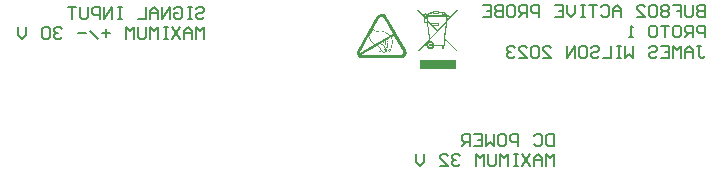
<source format=gbr>
%TF.GenerationSoftware,Altium Limited,Altium Designer,18.1.11 (251)*%
G04 Layer_Color=32896*
%FSLAX26Y26*%
%MOIN*%
%TF.FileFunction,Legend,Bot*%
%TF.Part,Single*%
G01*
G75*
%TA.AperFunction,NonConductor*%
%ADD48C,0.008000*%
G36*
X1996063Y719378D02*
X1959010Y680795D01*
X1957917Y670412D01*
X1955622Y645164D01*
X1953764Y627020D01*
X1993440Y586251D01*
X1990707Y583628D01*
X1953436Y621883D01*
X1951250Y598383D01*
X1950048D01*
Y589421D01*
X1941741D01*
Y598383D01*
X1916055D01*
X1915072Y596634D01*
X1913869Y594886D01*
X1912011Y592918D01*
X1909607Y591279D01*
X1906874Y590404D01*
X1904251Y590076D01*
X1901518Y590186D01*
X1899551Y590732D01*
X1897256Y591716D01*
X1895288Y592918D01*
X1893758Y594448D01*
X1892228Y596634D01*
X1891135Y599039D01*
X1890479Y601334D01*
X1890261Y603192D01*
X1890479Y605488D01*
X1890807Y607236D01*
X1891463Y608876D01*
X1892447Y610734D01*
X1893540Y612264D01*
X1895070Y613685D01*
X1896709Y614778D01*
X1898239Y615543D01*
X1898021Y617511D01*
X1865340Y583628D01*
X1862608Y586360D01*
X1897693Y622648D01*
X1894851Y654345D01*
X1892884Y677298D01*
X1882391D01*
Y692053D01*
X1885123D01*
X1858564Y719378D01*
X1861296Y722001D01*
X1886326Y696207D01*
Y698065D01*
X1885779Y698502D01*
X1885123Y698939D01*
X1884468Y699595D01*
X1883812Y700360D01*
X1883484Y701344D01*
X1883156Y702218D01*
X1883047Y703311D01*
X1883265Y704732D01*
X1883593Y705497D01*
X1884577Y707027D01*
X1885670Y708011D01*
X1887091Y708667D01*
X1888621Y708885D01*
X1890151Y708667D01*
X1891463Y708120D01*
X1892556Y707465D01*
X1893102Y706809D01*
X1894086Y707683D01*
X1895726Y708776D01*
X1897693Y709760D01*
X1900535Y710853D01*
X1903595Y711727D01*
X1906656Y712383D01*
X1909935Y712930D01*
X1912558Y713258D01*
Y716537D01*
X1933543D01*
Y713695D01*
X1935183D01*
X1937915Y713367D01*
X1940757Y713039D01*
X1943490Y712602D01*
Y714351D01*
X1952562D01*
Y710088D01*
X1953655Y709541D01*
X1955075Y708885D01*
X1956715Y707902D01*
X1958027Y707027D01*
X1959229Y705934D01*
X1960103Y705169D01*
X1960650Y704404D01*
X1961087Y703530D01*
X1960868Y702000D01*
X1966115D01*
Y695332D01*
X1960322D01*
X1959447Y686698D01*
X1993331Y722001D01*
X1996063Y719378D01*
D02*
G37*
G36*
X1743689Y707793D02*
X1745219Y707574D01*
X1746750Y707137D01*
X1747952Y706809D01*
X1749045Y706372D01*
X1749810Y705934D01*
X1750247Y705716D01*
X1750466Y705606D01*
X1751012Y705279D01*
X1751450Y705060D01*
X1751668Y704841D01*
X1752761Y703967D01*
X1753745Y703093D01*
X1754619Y702109D01*
X1755384Y701235D01*
X1755931Y700469D01*
X1756368Y699814D01*
X1756587Y699376D01*
X1756696Y699267D01*
X1822604Y585049D01*
X1822713D01*
X1822822Y584939D01*
Y584830D01*
Y584721D01*
X1823260Y583846D01*
X1823697Y583081D01*
X1823806Y582644D01*
X1823916Y582425D01*
X1824025Y582207D01*
X1824134Y581879D01*
X1824353Y581114D01*
X1824462Y580458D01*
X1824571Y580239D01*
Y580130D01*
X1824899Y577835D01*
X1824790Y575649D01*
X1824571Y573572D01*
X1824025Y571823D01*
X1823588Y570402D01*
X1823041Y569309D01*
X1822932Y568872D01*
X1822713Y568544D01*
X1822604Y568435D01*
Y568326D01*
Y568216D01*
X1822167Y567451D01*
X1821729Y566795D01*
X1821292Y566358D01*
X1821183Y566140D01*
X1820637Y565484D01*
X1820090Y564937D01*
X1819653Y564500D01*
X1819434Y564391D01*
X1818450Y563516D01*
X1817467Y562861D01*
X1815499Y561658D01*
X1813532Y560893D01*
X1811783Y560347D01*
X1810144Y560019D01*
X1808832Y559910D01*
X1808395Y559800D01*
X1675705D01*
X1674612Y559910D01*
X1673737Y560019D01*
X1673300Y560128D01*
X1673191D01*
X1672535Y560237D01*
X1671661Y560456D01*
X1671005Y560565D01*
X1670896Y560675D01*
X1670786D01*
X1668600Y561549D01*
X1666742Y562751D01*
X1665103Y563954D01*
X1663791Y565265D01*
X1662698Y566468D01*
X1662042Y567451D01*
X1661496Y568107D01*
X1661386Y568216D01*
Y568326D01*
X1661277D01*
X1660731Y569309D01*
X1660403Y570074D01*
X1660293Y570512D01*
X1660184Y570621D01*
X1659856Y571605D01*
X1659638Y572370D01*
X1659528Y572807D01*
Y573026D01*
X1659310Y574228D01*
X1659200Y575430D01*
Y577726D01*
X1659528Y579802D01*
X1659966Y581660D01*
X1660512Y583191D01*
X1660949Y584393D01*
X1661168Y584830D01*
X1661386Y585158D01*
X1661496Y585267D01*
Y585376D01*
X1727404Y699595D01*
X1727950Y700360D01*
X1728387Y701016D01*
X1728715Y701453D01*
X1728824Y701672D01*
X1729371Y702218D01*
X1729918Y702765D01*
X1730355Y703202D01*
X1730464Y703420D01*
X1730573D01*
X1732431Y704951D01*
X1734399Y706044D01*
X1736257Y706809D01*
X1738006Y707355D01*
X1739645Y707683D01*
X1740848Y707793D01*
X1741285Y707902D01*
X1741940D01*
X1743689Y707793D01*
D02*
G37*
G36*
X1988084Y553352D02*
Y552805D01*
Y552040D01*
Y551275D01*
Y550400D01*
Y549635D01*
Y549089D01*
Y548980D01*
Y548870D01*
Y545263D01*
Y543515D01*
Y541875D01*
Y540563D01*
Y539471D01*
Y539033D01*
Y538705D01*
Y538596D01*
Y538487D01*
Y536410D01*
Y534552D01*
Y532803D01*
Y531273D01*
Y529961D01*
Y529087D01*
Y528431D01*
Y528322D01*
Y528213D01*
Y526682D01*
Y525589D01*
Y524715D01*
Y524168D01*
Y523841D01*
Y523731D01*
Y523622D01*
X1868619D01*
Y523841D01*
Y524387D01*
Y525043D01*
Y525917D01*
Y526792D01*
Y527447D01*
Y527994D01*
Y528213D01*
Y531819D01*
Y533568D01*
Y535098D01*
Y536519D01*
Y537503D01*
Y537940D01*
Y538268D01*
Y538378D01*
Y538487D01*
Y540563D01*
Y542531D01*
Y544280D01*
Y545810D01*
Y547121D01*
Y548105D01*
Y548652D01*
Y548870D01*
Y549745D01*
Y550400D01*
Y551603D01*
Y552477D01*
Y553024D01*
Y553352D01*
Y553461D01*
Y553570D01*
X1988084D01*
Y553352D01*
D02*
G37*
%LPC*%
G36*
X1929609Y712820D02*
X1916274D01*
Y710634D01*
X1929609D01*
Y712820D01*
D02*
G37*
G36*
X1933543Y709760D02*
Y706809D01*
X1912558D01*
Y709323D01*
X1908186Y708667D01*
X1904251Y707683D01*
X1900972Y706809D01*
X1898349Y705606D01*
X1896272Y704404D01*
X1894742Y702983D01*
Y702000D01*
X1943490D01*
Y708448D01*
X1940539Y708995D01*
X1937260Y709432D01*
X1933543Y709760D01*
D02*
G37*
G36*
X1948845Y710634D02*
X1947315D01*
Y705606D01*
X1948736D01*
X1948845Y710634D01*
D02*
G37*
G36*
X1952562Y705716D02*
Y702000D01*
X1957043D01*
X1957152Y702655D01*
X1956059Y703748D01*
X1954638Y704732D01*
X1952562Y705716D01*
D02*
G37*
G36*
X1889168Y705060D02*
X1888840D01*
X1888184Y704951D01*
X1887747Y704732D01*
X1887310Y704514D01*
X1887091Y704186D01*
X1886872Y703530D01*
Y703311D01*
Y703202D01*
X1886982Y702546D01*
X1887200Y702109D01*
X1887528Y701781D01*
X1887856Y701562D01*
X1888512Y701344D01*
X1888840D01*
X1889495Y701453D01*
X1889933Y701672D01*
X1890261Y701890D01*
X1890479Y702327D01*
X1890698Y702874D01*
Y703093D01*
Y703202D01*
X1890589Y703858D01*
X1890370Y704295D01*
X1890151Y704623D01*
X1889714Y704841D01*
X1889168Y705060D01*
D02*
G37*
G36*
X1893540Y688337D02*
X1886216D01*
Y681123D01*
X1893540D01*
Y688337D01*
D02*
G37*
G36*
X1930155Y671833D02*
X1910481D01*
Y670630D01*
X1930155D01*
Y671833D01*
D02*
G37*
G36*
X1956496Y695332D02*
X1895288D01*
X1895616Y692053D01*
X1897256D01*
Y685058D01*
X1906437Y675658D01*
X1933981D01*
Y666914D01*
X1914962D01*
X1927641Y653798D01*
X1955294Y682544D01*
X1956496Y695332D01*
D02*
G37*
G36*
X1954748Y676423D02*
X1930264Y651066D01*
X1950376Y630408D01*
X1954748Y676423D01*
D02*
G37*
G36*
X1897256Y679593D02*
Y677298D01*
X1896819D01*
X1901191Y626364D01*
X1925018Y651066D01*
X1909607Y666914D01*
X1906437D01*
Y670084D01*
X1897256Y679593D01*
D02*
G37*
G36*
X1927641Y648333D02*
X1901628Y621336D01*
X1902065Y616636D01*
X1903814Y616746D01*
X1905781Y616636D01*
X1908186Y615981D01*
X1910481Y614778D01*
X1912230Y613576D01*
X1913869Y611936D01*
X1915290Y609860D01*
X1916493Y607236D01*
X1917039Y604285D01*
X1916930Y602318D01*
X1947752D01*
X1949938Y625380D01*
X1927641Y648333D01*
D02*
G37*
G36*
X1904360Y610078D02*
X1903705D01*
X1902502Y609969D01*
X1901518Y609750D01*
X1900644Y609423D01*
X1899879Y609095D01*
X1899223Y608548D01*
X1898786Y608002D01*
X1897912Y606799D01*
X1897474Y605488D01*
X1897256Y604504D01*
X1897147Y604067D01*
Y603739D01*
Y603520D01*
Y603411D01*
X1897256Y602209D01*
X1897474Y601225D01*
X1897802Y600351D01*
X1898130Y599586D01*
X1898677Y599039D01*
X1899223Y598492D01*
X1900426Y597727D01*
X1901628Y597181D01*
X1902721Y596962D01*
X1903049Y596853D01*
X1903705D01*
X1904907Y596962D01*
X1905890Y597181D01*
X1906765Y597509D01*
X1907530Y597837D01*
X1908186Y598383D01*
X1908732Y598930D01*
X1909497Y600132D01*
X1910044Y601334D01*
X1910263Y602427D01*
X1910372Y602755D01*
Y603083D01*
Y603302D01*
Y603411D01*
X1910263Y604613D01*
X1910044Y605597D01*
X1909716Y606471D01*
X1909279Y607236D01*
X1908842Y607892D01*
X1908295Y608439D01*
X1906984Y609204D01*
X1905781Y609750D01*
X1904688Y609969D01*
X1904360Y610078D01*
D02*
G37*
G36*
X1946332Y598492D02*
X1945457D01*
Y593137D01*
X1946332D01*
Y598492D01*
D02*
G37*
%LPD*%
G36*
X1905235Y607674D02*
X1906328Y607236D01*
X1907093Y606471D01*
X1907639Y605706D01*
X1907967Y604832D01*
X1908076Y604067D01*
X1908186Y603630D01*
Y603411D01*
X1907967Y601990D01*
X1907530Y600897D01*
X1906765Y600132D01*
X1905890Y599586D01*
X1905125Y599258D01*
X1904360Y599148D01*
X1903923Y599039D01*
X1903705D01*
X1902284Y599258D01*
X1901191Y599695D01*
X1900426Y600460D01*
X1899879Y601225D01*
X1899551Y601990D01*
X1899442Y602755D01*
X1899332Y603192D01*
Y603411D01*
X1899551Y604941D01*
X1899988Y606034D01*
X1900753Y606799D01*
X1901518Y607346D01*
X1902284Y607674D01*
X1903049Y607783D01*
X1903486Y607892D01*
X1903705D01*
X1905235Y607674D01*
D02*
G37*
%LPC*%
G36*
X1903814Y604067D02*
X1903705D01*
X1903267Y603957D01*
X1903158Y603739D01*
X1903049Y603520D01*
Y603411D01*
X1903158Y603083D01*
X1903377Y602865D01*
X1903595Y602755D01*
X1903705D01*
X1904032Y602865D01*
X1904251Y603083D01*
X1904360Y603302D01*
Y603411D01*
X1904251Y603848D01*
X1904032Y603957D01*
X1903814Y604067D01*
D02*
G37*
G36*
X1742378Y696753D02*
X1741940D01*
Y696644D01*
X1740629Y696535D01*
X1739536Y696316D01*
X1738443Y695879D01*
X1737569Y695442D01*
X1736803Y695004D01*
X1736257Y694567D01*
X1735929Y694349D01*
X1735820Y694239D01*
X1735273Y693693D01*
X1735055Y693474D01*
X1734945Y693365D01*
X1734617Y692928D01*
X1734399Y692490D01*
X1734180Y692272D01*
Y692163D01*
X1734071D01*
X1712648Y655001D01*
X1719971Y651940D01*
X1721174Y651503D01*
X1722266Y651175D01*
X1723360Y650957D01*
X1724343Y650847D01*
X1725218Y650738D01*
X1725983Y650629D01*
X1729043D01*
X1730245Y650738D01*
X1732103D01*
X1732869Y650847D01*
X1735055D01*
X1735710Y650957D01*
X1736148D01*
X1736585Y651066D01*
X1738989D01*
X1741066Y650957D01*
X1742924Y650738D01*
X1744564Y650410D01*
X1745875Y650191D01*
X1746859Y649864D01*
X1747515Y649754D01*
X1747624Y649645D01*
X1747733D01*
X1749482Y648989D01*
X1751231Y648115D01*
X1752980Y647131D01*
X1754619Y646147D01*
X1755931Y645273D01*
X1757024Y644508D01*
X1757461Y644289D01*
X1757789Y644071D01*
X1757898Y643852D01*
X1758008D01*
X1758335Y643633D01*
X1758773Y643415D01*
X1759756Y642759D01*
X1760303Y642431D01*
X1760631Y642212D01*
X1760959Y642103D01*
X1761068Y641994D01*
X1761833Y641447D01*
X1762161Y641338D01*
X1762270Y641229D01*
X1762926Y640901D01*
X1763035Y640792D01*
X1763145Y640682D01*
X1764675Y639699D01*
X1765768Y638933D01*
X1766205Y638606D01*
X1766533Y638387D01*
X1766642Y638168D01*
X1766752D01*
X1767517Y637513D01*
X1768172Y636966D01*
X1768719Y636529D01*
X1769047Y636092D01*
X1769593Y635545D01*
X1769812Y635327D01*
X1779540Y640901D01*
X1749919Y692053D01*
X1749045Y693256D01*
X1748280Y694239D01*
X1747515Y694895D01*
X1747406Y695004D01*
X1747296Y695114D01*
X1747187D01*
X1747078Y695223D01*
X1746859Y695332D01*
X1746750Y695442D01*
X1746640D01*
X1745766Y695879D01*
X1745001Y696207D01*
X1743471Y696644D01*
X1742815D01*
X1742378Y696753D01*
D02*
G37*
G36*
X1711446Y652815D02*
X1698876Y631064D01*
X1699423Y630627D01*
X1699969Y630189D01*
X1700407Y629752D01*
X1700516Y629643D01*
X1701609Y628441D01*
X1702483Y627238D01*
X1702811Y626692D01*
X1703139Y626364D01*
X1703248Y626036D01*
X1703358Y625927D01*
X1703686Y625271D01*
X1704013Y624506D01*
X1704560Y623085D01*
X1704888Y622429D01*
X1704997Y621883D01*
X1705216Y621555D01*
Y621446D01*
X1705653Y620352D01*
X1705981Y619478D01*
X1706309Y618713D01*
X1706637Y618167D01*
X1706855Y617729D01*
X1707074Y617401D01*
X1707183Y617292D01*
Y617183D01*
X1707620Y616636D01*
X1707948Y616199D01*
X1708276Y615871D01*
X1708385Y615762D01*
X1709041Y614997D01*
X1709478Y614450D01*
X1709806Y614122D01*
X1709916Y614013D01*
X1711009Y612920D01*
X1712102Y611936D01*
X1714069Y610297D01*
X1715927Y608985D01*
X1717457Y608111D01*
X1718660Y607346D01*
X1719643Y607018D01*
X1720190Y606799D01*
X1720408Y606690D01*
X1767735Y634015D01*
X1766861Y634889D01*
X1766096Y635654D01*
X1765549Y636092D01*
X1765331Y636201D01*
X1764019Y637185D01*
X1762926Y637950D01*
X1762489Y638278D01*
X1762161Y638496D01*
X1761942Y638715D01*
X1761833D01*
X1761287Y639043D01*
X1760849Y639261D01*
X1760194Y639589D01*
X1759975Y639808D01*
X1759866D01*
X1759101Y640354D01*
X1758335Y640682D01*
X1757789Y641120D01*
X1757352Y641338D01*
X1756805Y641775D01*
X1756587Y641885D01*
X1754619Y643306D01*
X1752761Y644399D01*
X1751122Y645382D01*
X1749701Y646147D01*
X1748608Y646694D01*
X1747733Y647022D01*
X1747187Y647240D01*
X1746968Y647350D01*
X1745329Y647787D01*
X1743580Y648115D01*
X1741940Y648333D01*
X1740301Y648443D01*
X1738880Y648552D01*
X1735164D01*
X1734617Y648443D01*
X1733524D01*
X1730901Y648224D01*
X1729590D01*
X1728497Y648115D01*
X1726201D01*
X1724780Y648224D01*
X1723469Y648443D01*
X1722266Y648661D01*
X1721283Y648989D01*
X1720408Y649317D01*
X1719643Y649536D01*
X1719206Y649645D01*
X1719097Y649754D01*
X1711446Y652815D01*
D02*
G37*
G36*
X1745329Y612702D02*
X1739427Y609313D01*
X1740848Y608330D01*
X1742159Y607236D01*
X1742706Y606799D01*
X1743143Y606471D01*
X1743471Y606253D01*
X1743580Y606144D01*
X1744017Y606909D01*
X1744454Y607674D01*
X1744782Y608330D01*
X1744892Y608439D01*
Y608548D01*
X1745001Y608876D01*
X1745110Y608985D01*
Y609095D01*
X1745329Y609750D01*
X1745438Y610406D01*
X1745547Y610843D01*
Y611062D01*
Y611499D01*
X1745438Y612046D01*
X1745329Y612483D01*
Y612702D01*
D02*
G37*
G36*
X1751777Y616418D02*
X1747515Y614013D01*
X1747843Y612811D01*
X1747952Y611827D01*
X1748061Y611171D01*
Y611062D01*
Y610953D01*
X1747952Y609860D01*
X1747733Y608876D01*
X1747515Y608330D01*
X1747406Y608220D01*
Y608111D01*
X1747296Y607783D01*
X1747187Y607674D01*
X1747078Y607564D01*
X1746750Y606799D01*
X1746422Y606253D01*
X1745875Y605269D01*
X1745547Y604832D01*
X1745438Y604613D01*
X1746968Y603192D01*
X1748280Y601990D01*
X1748826Y601444D01*
X1749154Y601006D01*
X1749373Y600788D01*
X1749482Y600678D01*
X1749810Y600351D01*
X1749919Y600241D01*
X1750138Y599913D01*
X1750247Y599804D01*
X1751012Y601116D01*
X1751559Y602099D01*
X1751887Y602755D01*
X1751996Y602865D01*
Y602974D01*
X1752215Y603520D01*
X1752324Y603848D01*
X1752433Y603957D01*
X1752543Y604395D01*
X1752652Y604613D01*
Y604832D01*
X1752870Y605925D01*
X1752980Y607018D01*
Y607564D01*
Y608002D01*
Y608220D01*
Y608330D01*
Y608548D01*
Y608985D01*
Y609532D01*
Y610297D01*
Y610953D01*
Y611609D01*
Y612046D01*
Y612155D01*
Y613139D01*
X1752870Y613904D01*
X1752761Y614341D01*
Y614560D01*
X1752433Y615325D01*
X1752105Y615871D01*
X1751887Y616308D01*
X1751777Y616418D01*
D02*
G37*
G36*
X1757570Y619697D02*
X1753854Y617620D01*
X1754401Y616855D01*
X1754838Y616090D01*
X1755056Y615434D01*
X1755166Y615325D01*
Y615215D01*
X1755384Y614232D01*
X1755494Y613248D01*
Y612811D01*
Y612483D01*
Y612264D01*
Y612155D01*
Y611390D01*
Y610843D01*
Y610406D01*
Y610188D01*
Y609423D01*
Y608876D01*
Y608439D01*
Y608220D01*
Y607236D01*
X1755384Y606471D01*
Y605816D01*
X1755275Y605269D01*
X1755166Y604832D01*
Y604504D01*
X1755056Y604395D01*
Y604285D01*
Y604176D01*
X1754838Y603520D01*
X1754729Y603192D01*
Y603083D01*
Y602974D01*
X1754510Y602646D01*
X1754291Y602209D01*
X1754182Y602099D01*
Y601990D01*
X1753417Y600351D01*
X1752652Y599039D01*
X1752324Y598492D01*
X1752105Y598055D01*
X1751996Y597837D01*
X1751887Y597727D01*
X1752870Y596088D01*
X1753636Y594667D01*
X1753964Y594120D01*
X1754073Y593683D01*
X1754291Y593465D01*
Y593355D01*
X1754729Y593683D01*
X1755166Y593902D01*
X1755494Y594120D01*
X1755712Y594230D01*
X1756477Y594667D01*
X1756915Y594995D01*
X1757133Y595213D01*
X1757243Y595323D01*
X1757461Y595541D01*
X1757680Y595760D01*
X1758008Y595869D01*
X1758117Y595979D01*
X1758445Y596197D01*
X1758663Y596307D01*
X1758773Y596416D01*
X1758554D01*
X1758773Y596525D01*
X1759101Y596634D01*
X1759319Y596853D01*
X1759428D01*
Y596962D01*
X1759538Y597072D01*
Y597181D01*
Y597399D01*
Y597618D01*
Y599258D01*
X1759428Y600788D01*
X1759319Y601334D01*
Y601771D01*
X1759210Y602099D01*
Y602209D01*
X1759101Y602865D01*
X1759210Y603630D01*
X1759538Y605378D01*
X1759756Y606253D01*
X1759975Y606909D01*
X1760084Y607346D01*
X1760194Y607564D01*
X1760631Y608876D01*
X1760849Y609860D01*
X1761068Y610734D01*
X1761177Y611390D01*
Y611936D01*
Y612264D01*
Y612374D01*
Y612483D01*
X1761068Y612920D01*
X1760849Y613357D01*
X1760412Y614341D01*
X1760084Y614778D01*
X1759866Y615106D01*
X1759756Y615325D01*
X1759647Y615434D01*
X1759101Y616418D01*
X1758554Y617183D01*
X1758226Y617948D01*
X1757898Y618604D01*
X1757789Y619041D01*
X1757680Y619369D01*
X1757570Y619587D01*
Y619697D01*
D02*
G37*
G36*
X1730683Y597946D02*
X1730573D01*
X1730245Y597837D01*
X1729808Y597509D01*
X1729371Y597072D01*
X1728824Y596634D01*
X1728387Y596197D01*
X1728059Y595760D01*
X1727841Y595432D01*
X1727732Y595323D01*
X1727622Y595213D01*
Y595104D01*
X1727513D01*
X1727404Y594995D01*
X1727076Y594558D01*
X1726966Y594120D01*
Y593793D01*
Y593683D01*
X1727076Y593137D01*
X1727185Y592481D01*
X1727294Y591825D01*
X1727404Y591716D01*
Y591607D01*
Y591497D01*
X1727513D01*
X1727732Y591279D01*
X1728059Y591169D01*
X1728934Y590951D01*
X1729699Y590841D01*
X1730027D01*
X1731666Y590951D01*
X1732431Y591060D01*
X1733087Y591169D01*
X1733634Y591279D01*
X1734071Y591388D01*
X1734290Y591497D01*
X1734399D01*
X1735055Y591716D01*
X1735601Y592044D01*
X1735929Y592153D01*
X1736038Y592262D01*
X1735929Y592372D01*
Y592481D01*
X1735820Y592809D01*
X1735710Y592918D01*
X1734836Y594339D01*
X1734071Y595323D01*
X1733415Y595979D01*
X1733306Y596197D01*
X1733197D01*
X1732431Y596744D01*
X1731557Y597290D01*
X1730901Y597727D01*
X1730683Y597946D01*
D02*
G37*
G36*
X1772326Y628331D02*
X1759866Y621118D01*
X1759975Y620462D01*
X1760084Y619806D01*
X1760740Y618385D01*
X1761068Y617729D01*
X1761287Y617292D01*
X1761505Y616964D01*
X1761614Y616855D01*
X1762161Y615981D01*
X1762707Y615215D01*
X1763035Y614560D01*
X1763254Y614013D01*
X1763473Y613576D01*
X1763582Y613248D01*
X1763691Y613029D01*
Y612920D01*
Y612155D01*
X1763582Y611171D01*
X1763145Y609095D01*
X1762926Y608220D01*
X1762707Y607455D01*
X1762598Y606909D01*
X1762489Y606690D01*
X1762161Y605597D01*
X1761833Y604723D01*
X1761724Y604067D01*
X1761614Y603520D01*
Y603192D01*
Y602974D01*
Y602755D01*
X1761942Y600788D01*
X1762052Y599913D01*
Y599148D01*
Y598492D01*
X1761942Y597946D01*
Y597618D01*
Y597509D01*
Y596962D01*
Y596853D01*
Y596744D01*
X1761833Y596307D01*
Y596197D01*
Y596088D01*
X1761614Y595432D01*
X1761505Y594995D01*
X1761396Y594886D01*
Y594776D01*
X1761287Y594230D01*
X1761177Y593902D01*
X1761068Y593355D01*
X1760959Y593137D01*
X1760631Y591934D01*
X1760303Y590951D01*
X1759866Y589202D01*
X1759538Y587781D01*
X1759319Y586688D01*
X1759210Y585923D01*
X1759101Y585376D01*
Y585158D01*
Y585049D01*
X1759210Y584284D01*
X1759538Y583518D01*
X1760194Y582425D01*
X1760522Y581988D01*
X1760849Y581660D01*
X1761068Y581442D01*
X1761177Y581332D01*
X1761287Y581223D01*
X1761505Y581114D01*
X1761614Y581005D01*
X1761724Y580895D01*
Y581223D01*
Y581551D01*
Y581879D01*
Y581988D01*
Y582535D01*
Y582972D01*
X1761833Y583191D01*
Y583300D01*
X1762161Y584065D01*
X1762489Y584830D01*
X1762817Y585376D01*
X1762926Y585486D01*
Y585595D01*
X1763145Y585814D01*
X1763363Y586142D01*
X1763473Y586360D01*
X1763582Y586470D01*
X1764347Y587562D01*
X1765112Y588328D01*
X1765986Y588983D01*
X1766752Y589311D01*
X1767407Y589530D01*
X1767954Y589749D01*
X1768938D01*
X1769375Y589639D01*
X1769703Y589530D01*
X1769812D01*
X1770031Y589421D01*
X1770140D01*
X1770468Y590295D01*
X1770796Y591169D01*
X1771124Y591825D01*
X1771233Y592044D01*
Y592153D01*
X1771998Y593793D01*
X1772435Y595104D01*
X1772654Y595651D01*
X1772763Y596088D01*
X1772872Y596307D01*
Y596416D01*
X1773091Y597181D01*
X1773310Y598055D01*
X1773638Y599804D01*
X1773747Y600569D01*
Y601225D01*
X1773856Y601662D01*
Y601771D01*
X1774075Y603192D01*
X1774184Y604504D01*
X1774403Y605597D01*
X1774512Y606471D01*
X1774621Y607127D01*
X1774730Y607564D01*
X1774840Y607892D01*
Y608002D01*
Y608220D01*
X1775058Y608876D01*
X1775277Y609641D01*
X1775386Y610297D01*
X1775496Y610406D01*
Y610515D01*
X1775933Y612264D01*
X1776261Y613685D01*
X1776479Y614888D01*
X1776589Y615871D01*
Y616527D01*
Y617073D01*
X1776479Y617292D01*
Y617401D01*
X1776261Y617948D01*
X1776042Y618604D01*
X1775496Y620025D01*
X1775168Y620680D01*
X1774949Y621227D01*
X1774840Y621664D01*
X1774730Y621773D01*
X1774075Y623194D01*
X1773528Y624506D01*
X1773091Y625599D01*
X1772763Y626583D01*
X1772544Y627348D01*
X1772435Y627894D01*
X1772326Y628222D01*
Y628331D01*
D02*
G37*
G36*
X1737131Y608002D02*
X1728059Y602755D01*
X1728497Y602318D01*
X1729043Y601881D01*
X1730355Y601006D01*
X1730901Y600569D01*
X1731338Y600351D01*
X1731666Y600132D01*
X1731776Y600023D01*
X1732541Y599476D01*
X1733197Y599039D01*
X1733634Y598711D01*
X1734071Y598492D01*
X1734508Y598165D01*
X1734617Y598055D01*
X1735929Y596744D01*
X1737022Y595432D01*
X1737350Y594886D01*
X1737678Y594448D01*
X1737787Y594120D01*
X1737896Y594011D01*
X1738334Y593028D01*
X1738661Y592372D01*
X1738880Y591934D01*
Y591825D01*
X1739099Y591169D01*
X1739208Y590841D01*
Y590732D01*
X1739973Y591060D01*
X1740520Y591169D01*
X1740957Y591279D01*
X1741066D01*
X1741613Y591388D01*
X1741940Y591497D01*
X1742159Y591607D01*
X1742268D01*
X1743799Y591716D01*
X1745329Y591607D01*
X1746094Y591497D01*
X1746531D01*
X1746968Y591388D01*
X1747078D01*
X1747515Y591279D01*
X1747843Y591169D01*
X1747952Y591060D01*
X1748498D01*
X1748717Y590951D01*
X1749045Y590841D01*
X1749154Y590732D01*
X1750466Y590186D01*
X1751559Y589639D01*
X1752215Y589093D01*
X1752324Y588983D01*
X1752433Y588874D01*
X1752652Y588546D01*
X1752870Y588109D01*
X1752980Y587781D01*
X1753089Y587672D01*
X1752980Y588655D01*
X1752870Y589749D01*
X1752215Y591716D01*
X1751340Y593574D01*
X1750357Y595323D01*
X1749373Y596853D01*
X1748498Y598055D01*
X1748171Y598492D01*
X1747843Y598820D01*
X1747733Y598930D01*
X1747624Y599039D01*
X1745766Y601006D01*
X1744892Y601881D01*
X1744017Y602537D01*
X1743361Y603192D01*
X1742815Y603630D01*
X1742378Y603957D01*
X1742268Y604067D01*
X1740192Y605706D01*
X1739317Y606362D01*
X1738552Y606909D01*
X1738006Y607346D01*
X1737569Y607783D01*
X1737241Y607892D01*
X1737131Y608002D01*
D02*
G37*
G36*
X1736913Y589858D02*
X1736366Y589639D01*
X1735820Y589421D01*
X1735382Y589311D01*
X1735164Y589202D01*
X1734836Y589093D01*
X1734399Y588983D01*
X1734071Y588874D01*
X1733962D01*
X1733634Y588328D01*
X1733415Y587781D01*
X1733197Y586907D01*
Y586142D01*
X1733306Y586032D01*
Y585923D01*
X1733415Y585704D01*
Y585486D01*
X1733524Y585376D01*
X1733743Y584939D01*
X1733852Y584721D01*
X1733962Y584611D01*
X1734617Y584174D01*
X1735382Y583956D01*
X1736148D01*
X1737241Y584065D01*
X1738115Y584502D01*
X1738661Y584830D01*
X1738880Y584939D01*
X1738006Y586470D01*
X1737459Y587672D01*
X1737350Y588218D01*
X1737241Y588546D01*
X1737131Y588765D01*
Y588874D01*
X1737022Y589311D01*
X1736913Y589639D01*
Y589749D01*
Y589858D01*
D02*
G37*
G36*
X1743361Y590514D02*
X1742596D01*
X1741831Y590295D01*
X1741175Y590186D01*
X1740192Y589858D01*
X1739645Y589530D01*
X1739427Y589421D01*
X1739536Y588874D01*
X1739864Y588218D01*
X1740629Y586797D01*
X1740957Y586251D01*
X1741285Y585704D01*
X1741503Y585376D01*
X1741613Y585267D01*
X1742268Y584393D01*
X1742924Y583628D01*
X1743471Y582972D01*
X1743908Y582535D01*
X1744236Y582207D01*
X1744454Y581988D01*
X1744673Y581770D01*
X1745438Y581332D01*
X1745875Y581005D01*
X1746094Y580895D01*
X1746203D01*
X1746750Y580677D01*
X1747187Y580567D01*
X1747624D01*
X1748498Y580458D01*
X1749701D01*
X1750575Y580677D01*
X1751012Y580895D01*
X1751340Y581114D01*
X1751450Y581223D01*
X1752215Y582207D01*
X1752652Y583300D01*
X1752761Y583737D01*
X1752870Y584174D01*
X1752980Y584393D01*
Y584502D01*
X1752870Y585049D01*
X1752761Y585376D01*
X1752652Y585595D01*
Y585704D01*
X1752433Y586360D01*
X1752105Y586907D01*
X1751996Y587344D01*
X1751777Y587562D01*
X1751668Y587890D01*
X1751559Y588000D01*
X1750685Y588655D01*
X1749810Y589202D01*
X1749154Y589530D01*
X1748936Y589639D01*
X1748498D01*
X1748171Y589749D01*
X1748061Y589858D01*
X1747733D01*
X1747515Y589967D01*
X1747406D01*
X1746531Y590186D01*
X1745438Y590295D01*
X1744564Y590404D01*
X1743799D01*
X1743361Y590514D01*
D02*
G37*
G36*
X1769047Y588546D02*
X1768500D01*
X1767626Y588437D01*
X1766861Y588109D01*
X1766205Y587672D01*
X1765659Y587235D01*
X1765221Y586797D01*
X1764784Y586360D01*
X1764675Y586032D01*
X1764566Y585923D01*
X1764347Y585486D01*
X1764238Y585267D01*
X1764019Y584939D01*
X1763910Y584830D01*
X1763473Y584174D01*
X1763254Y583628D01*
X1763035Y583191D01*
Y582972D01*
X1762926Y582753D01*
Y582425D01*
Y582097D01*
Y581988D01*
Y581332D01*
X1763035Y581114D01*
Y581005D01*
Y580677D01*
Y580458D01*
Y580349D01*
X1763254Y580239D01*
X1763582Y580130D01*
X1764128D01*
X1764675Y580239D01*
X1765221Y580458D01*
X1765986Y580895D01*
X1766533Y581442D01*
X1766752Y581551D01*
Y581660D01*
X1767189Y582316D01*
X1767735Y583191D01*
X1768172Y584065D01*
X1768610Y585158D01*
X1768938Y586032D01*
X1769265Y586797D01*
X1769375Y587344D01*
X1769484Y587562D01*
X1769703Y588328D01*
X1769593D01*
X1769484Y588437D01*
X1769047Y588546D01*
D02*
G37*
G36*
X1783147Y634562D02*
X1774621Y629643D01*
X1774840Y628550D01*
X1775168Y627457D01*
X1775496Y626255D01*
X1775933Y625162D01*
X1776261Y624178D01*
X1776589Y623413D01*
X1776807Y622976D01*
X1776917Y622757D01*
X1777354Y621664D01*
X1777791Y620790D01*
X1778119Y619915D01*
X1778337Y619260D01*
X1778556Y618713D01*
X1778665Y618385D01*
X1778775Y618167D01*
Y618057D01*
X1778993Y617073D01*
Y615762D01*
X1778884Y614450D01*
X1778665Y613139D01*
X1778337Y611827D01*
X1778119Y610843D01*
X1778009Y610406D01*
Y610078D01*
X1777900Y609969D01*
Y609860D01*
X1777572Y608876D01*
X1777463Y608220D01*
X1777354Y607783D01*
Y607674D01*
X1777244Y607455D01*
X1777026Y606690D01*
X1776917Y605706D01*
X1776589Y603739D01*
X1776479Y602865D01*
X1776370Y602099D01*
X1776261Y601662D01*
Y601444D01*
X1776042Y600023D01*
X1775823Y598711D01*
X1775714Y597727D01*
X1775496Y596962D01*
X1775386Y596416D01*
X1775277Y595979D01*
X1775168Y595760D01*
Y595651D01*
X1774949Y595104D01*
X1774730Y594339D01*
X1774184Y592918D01*
X1773965Y592262D01*
X1773747Y591716D01*
X1773528Y591388D01*
Y591279D01*
X1773091Y590186D01*
X1772763Y589421D01*
X1772544Y588765D01*
X1772326Y588328D01*
X1772217Y588109D01*
X1772107Y587890D01*
Y587781D01*
X1771998Y587672D01*
X1771889Y587344D01*
X1771779Y586907D01*
Y586797D01*
X1771124Y585049D01*
X1770577Y583737D01*
X1770031Y582535D01*
X1769593Y581660D01*
X1769156Y580895D01*
X1768828Y580458D01*
X1768719Y580239D01*
X1768610Y580130D01*
X1767954Y579365D01*
X1767189Y578818D01*
X1766533Y578381D01*
X1765768Y578163D01*
X1765221Y577944D01*
X1764784Y577835D01*
X1764456Y577726D01*
X1763473D01*
X1762598Y577944D01*
X1762052Y578053D01*
X1761942Y578163D01*
X1761833D01*
X1761068Y578491D01*
X1760412Y578928D01*
X1759866Y579365D01*
X1759647Y579474D01*
X1758773Y580349D01*
X1758008Y581223D01*
X1757461Y582207D01*
X1757133Y583081D01*
X1756915Y583737D01*
X1756805Y584393D01*
X1756696Y584830D01*
Y584939D01*
Y585814D01*
X1756915Y587016D01*
X1757243Y588328D01*
X1757570Y589749D01*
X1757898Y590951D01*
X1758117Y592044D01*
X1758226Y592481D01*
X1758335Y592809D01*
X1758445Y592918D01*
Y593028D01*
X1758008Y592809D01*
X1757461Y592481D01*
X1757024Y592262D01*
X1756915Y592153D01*
X1756368Y591825D01*
X1755931Y591497D01*
X1755603Y591279D01*
X1755384Y591060D01*
X1755166Y590951D01*
Y590841D01*
X1755494Y589530D01*
X1755603Y588437D01*
Y588000D01*
Y587672D01*
Y587453D01*
Y587344D01*
Y587016D01*
Y586907D01*
Y586797D01*
Y586688D01*
X1755494Y584939D01*
X1755166Y583518D01*
X1754838Y582207D01*
X1754291Y581223D01*
X1753854Y580458D01*
X1753526Y579912D01*
X1753198Y579584D01*
X1753089Y579474D01*
X1752105Y578818D01*
X1751122Y578381D01*
X1750685Y578272D01*
X1750357Y578163D01*
X1750138Y578053D01*
X1747406D01*
X1746531Y578272D01*
X1745766Y578491D01*
X1745329Y578600D01*
X1745110Y578709D01*
X1744345Y579146D01*
X1743689Y579474D01*
X1743361Y579802D01*
X1743252Y579912D01*
X1742159Y580895D01*
X1741285Y581879D01*
X1740848Y582316D01*
X1740520Y582644D01*
X1740410Y582863D01*
X1740301Y582972D01*
X1739645Y582535D01*
X1738989Y582097D01*
X1737678Y581660D01*
X1737131Y581551D01*
X1736694Y581442D01*
X1735382D01*
X1734617Y581551D01*
X1733852Y581879D01*
X1733306Y582097D01*
X1732869Y582425D01*
X1732541Y582753D01*
X1732322Y582863D01*
X1732213Y582972D01*
Y582863D01*
X1732103Y582972D01*
X1731994Y583191D01*
X1731885Y583300D01*
X1731666Y583628D01*
X1731448Y583956D01*
X1731229Y584174D01*
Y584284D01*
X1731120Y584830D01*
X1731011Y585158D01*
X1730901Y585267D01*
Y585376D01*
X1730792Y586470D01*
Y587453D01*
X1730901Y587890D01*
Y588109D01*
X1731011Y588328D01*
Y588437D01*
X1729918D01*
X1728824Y588546D01*
X1727841Y588655D01*
X1727185Y588874D01*
X1726529Y589202D01*
X1726092Y589530D01*
X1725764Y589749D01*
X1725545Y589858D01*
Y589967D01*
X1725327Y590295D01*
X1725218Y590514D01*
X1725108Y590732D01*
X1724780Y591825D01*
X1724562Y592809D01*
X1724453Y593355D01*
Y593574D01*
X1724671Y594776D01*
X1724999Y595760D01*
X1725327Y596416D01*
X1725545Y596525D01*
Y596634D01*
X1725655Y596853D01*
X1725764Y596962D01*
X1726857Y598055D01*
X1727732Y598820D01*
X1728169Y599258D01*
X1728387Y599367D01*
X1727404Y600132D01*
X1726639Y600788D01*
X1726092Y601225D01*
X1725873Y601444D01*
X1674175Y571495D01*
X1674940Y570949D01*
X1675705Y570621D01*
X1676361Y570402D01*
X1676470Y570293D01*
X1676798D01*
X1677235Y570184D01*
X1677672Y570074D01*
X1677781Y569965D01*
X1679202D01*
Y569856D01*
X1804569D01*
X1805881Y569965D01*
X1807083Y570184D01*
X1808176Y570621D01*
X1809160Y571058D01*
X1809925Y571495D01*
X1810472Y571933D01*
X1810800Y572151D01*
X1810909Y572260D01*
X1811346Y572698D01*
X1811565Y573026D01*
X1811783Y573135D01*
Y573244D01*
X1812111Y573681D01*
X1812330Y574009D01*
X1812548Y574337D01*
Y574447D01*
X1812658D01*
X1813204Y575539D01*
X1813532Y576633D01*
X1813641Y577726D01*
X1813751Y578709D01*
Y579584D01*
Y580239D01*
X1813641Y580677D01*
Y580786D01*
X1813532Y581332D01*
X1813423Y581770D01*
X1813313Y581988D01*
Y582097D01*
X1813204Y582425D01*
X1812986Y582863D01*
X1812876Y583191D01*
X1812767Y583300D01*
X1812658Y583409D01*
Y583518D01*
X1783147Y634562D01*
D02*
G37*
G36*
X1697674Y628987D02*
X1697565D01*
X1671442Y583737D01*
Y583628D01*
X1670786Y582316D01*
X1670458Y581114D01*
X1670240Y580567D01*
Y580130D01*
X1670130Y579912D01*
Y579802D01*
X1670240D01*
X1670130Y579256D01*
Y579146D01*
Y579037D01*
Y578381D01*
Y577944D01*
X1670240Y577726D01*
Y577616D01*
X1717676Y605160D01*
X1716036Y606034D01*
X1714397Y607127D01*
X1712867Y608330D01*
X1711336Y609423D01*
X1710134Y610515D01*
X1709150Y611390D01*
X1708495Y612046D01*
X1708385Y612155D01*
X1708276Y612264D01*
X1707620Y612920D01*
X1707074Y613467D01*
X1706637Y613904D01*
X1706418Y614122D01*
X1705981Y614669D01*
X1705653Y615325D01*
X1705325Y615762D01*
X1705216Y615871D01*
X1704778Y616527D01*
X1704451Y617292D01*
X1703686Y618822D01*
X1703467Y619478D01*
X1703248Y620025D01*
X1703030Y620462D01*
Y620571D01*
X1702592Y621555D01*
X1702265Y622429D01*
X1701937Y623194D01*
X1701609Y623741D01*
X1701390Y624178D01*
X1701281Y624506D01*
X1701172Y624725D01*
X1700734Y625490D01*
X1700188Y626145D01*
X1699423Y627129D01*
X1698986Y627676D01*
X1698767Y627894D01*
X1698002Y628659D01*
X1697783Y628878D01*
X1697674Y628987D01*
D02*
G37*
%LPD*%
D48*
X1123807Y722680D02*
X1130471Y729345D01*
X1143800D01*
X1150465Y722680D01*
Y716016D01*
X1143800Y709351D01*
X1130471D01*
X1123807Y702687D01*
Y696022D01*
X1130471Y689358D01*
X1143800D01*
X1150465Y696022D01*
X1110477Y729345D02*
X1097149D01*
X1103813D01*
Y689358D01*
X1110477D01*
X1097149D01*
X1050497Y722680D02*
X1057161Y729345D01*
X1070490D01*
X1077155Y722680D01*
Y696022D01*
X1070490Y689358D01*
X1057161D01*
X1050497Y696022D01*
Y709351D01*
X1063826D01*
X1037168Y689358D02*
Y729345D01*
X1010510Y689358D01*
Y729345D01*
X997181Y689358D02*
Y716016D01*
X983852Y729345D01*
X970523Y716016D01*
Y689358D01*
Y709351D01*
X997181D01*
X957194Y729345D02*
Y689358D01*
X930536D01*
X877219Y729345D02*
X863890D01*
X870555D01*
Y689358D01*
X877219D01*
X863890D01*
X843897D02*
Y729345D01*
X817239Y689358D01*
Y729345D01*
X803910Y689358D02*
Y729345D01*
X783916D01*
X777252Y722680D01*
Y709351D01*
X783916Y702687D01*
X803910D01*
X763923Y729345D02*
Y696022D01*
X757258Y689358D01*
X743929D01*
X737265Y696022D01*
Y729345D01*
X723936D02*
X697278D01*
X710606D01*
Y689358D01*
X1150465Y622173D02*
Y662160D01*
X1137136Y648831D01*
X1123807Y662160D01*
Y622173D01*
X1110477D02*
Y648831D01*
X1097149Y662160D01*
X1083820Y648831D01*
Y622173D01*
Y642167D01*
X1110477D01*
X1070490Y662160D02*
X1043832Y622173D01*
Y662160D02*
X1070490Y622173D01*
X1030503Y662160D02*
X1017174D01*
X1023839D01*
Y622173D01*
X1030503D01*
X1017174D01*
X997181D02*
Y662160D01*
X983852Y648831D01*
X970523Y662160D01*
Y622173D01*
X957194Y662160D02*
Y628838D01*
X950529Y622173D01*
X937200D01*
X930536Y628838D01*
Y662160D01*
X917207Y622173D02*
Y662160D01*
X903878Y648831D01*
X890548Y662160D01*
Y622173D01*
X837232Y642167D02*
X810574D01*
X823903Y655496D02*
Y628838D01*
X797245Y622173D02*
X770587Y648831D01*
X757258Y642167D02*
X730600D01*
X677284Y655496D02*
X670619Y662160D01*
X657290D01*
X650626Y655496D01*
Y648831D01*
X657290Y642167D01*
X663955D01*
X657290D01*
X650626Y635502D01*
Y628838D01*
X657290Y622173D01*
X670619D01*
X677284Y628838D01*
X637297Y655496D02*
X630632Y662160D01*
X617303D01*
X610639Y655496D01*
Y628838D01*
X617303Y622173D01*
X630632D01*
X637297Y628838D01*
Y655496D01*
X557323Y662160D02*
Y635502D01*
X543994Y622173D01*
X530665Y635502D01*
Y662160D01*
X2818772Y735506D02*
Y695519D01*
X2798778D01*
X2792114Y702183D01*
Y708847D01*
X2798778Y715512D01*
X2818772D01*
X2798778D01*
X2792114Y722177D01*
Y728841D01*
X2798778Y735506D01*
X2818772D01*
X2778785D02*
Y702183D01*
X2772120Y695519D01*
X2758791D01*
X2752127Y702183D01*
Y735506D01*
X2712140D02*
X2738798D01*
Y715512D01*
X2725468D01*
X2738798D01*
Y695519D01*
X2698810Y728841D02*
X2692146Y735506D01*
X2678817D01*
X2672152Y728841D01*
Y722177D01*
X2678817Y715512D01*
X2672152Y708847D01*
Y702183D01*
X2678817Y695519D01*
X2692146D01*
X2698810Y702183D01*
Y708847D01*
X2692146Y715512D01*
X2698810Y722177D01*
Y728841D01*
X2692146Y715512D02*
X2678817D01*
X2658823Y728841D02*
X2652159Y735506D01*
X2638830D01*
X2632165Y728841D01*
Y702183D01*
X2638830Y695519D01*
X2652159D01*
X2658823Y702183D01*
Y728841D01*
X2592178Y695519D02*
X2618836D01*
X2592178Y722177D01*
Y728841D01*
X2598843Y735506D01*
X2612172D01*
X2618836Y728841D01*
X2538862Y695519D02*
Y722177D01*
X2525533Y735506D01*
X2512204Y722177D01*
Y695519D01*
Y715512D01*
X2538862D01*
X2472217Y728841D02*
X2478881Y735506D01*
X2492210D01*
X2498875Y728841D01*
Y702183D01*
X2492210Y695519D01*
X2478881D01*
X2472217Y702183D01*
X2458888Y735506D02*
X2432230D01*
X2445559D01*
Y695519D01*
X2418901Y735506D02*
X2405572D01*
X2412236D01*
Y695519D01*
X2418901D01*
X2405572D01*
X2385578Y735506D02*
Y708847D01*
X2372249Y695519D01*
X2358920Y708847D01*
Y735506D01*
X2318933D02*
X2345591D01*
Y695519D01*
X2318933D01*
X2345591Y715512D02*
X2332262D01*
X2265617Y695519D02*
Y735506D01*
X2245623D01*
X2238959Y728841D01*
Y715512D01*
X2245623Y708847D01*
X2265617D01*
X2225630Y695519D02*
Y735506D01*
X2205636D01*
X2198972Y728841D01*
Y715512D01*
X2205636Y708847D01*
X2225630D01*
X2212301D02*
X2198972Y695519D01*
X2165649Y735506D02*
X2178978D01*
X2185643Y728841D01*
Y702183D01*
X2178978Y695519D01*
X2165649D01*
X2158985Y702183D01*
Y728841D01*
X2165649Y735506D01*
X2145655D02*
Y695519D01*
X2125662D01*
X2118997Y702183D01*
Y708847D01*
X2125662Y715512D01*
X2145655D01*
X2125662D01*
X2118997Y722177D01*
Y728841D01*
X2125662Y735506D01*
X2145655D01*
X2079010D02*
X2105668D01*
Y695519D01*
X2079010D01*
X2105668Y715512D02*
X2092339D01*
X2818772Y628334D02*
Y668321D01*
X2798778D01*
X2792114Y661657D01*
Y648327D01*
X2798778Y641663D01*
X2818772D01*
X2778785Y628334D02*
Y668321D01*
X2758791D01*
X2752127Y661657D01*
Y648327D01*
X2758791Y641663D01*
X2778785D01*
X2765456D02*
X2752127Y628334D01*
X2718804Y668321D02*
X2732133D01*
X2738798Y661657D01*
Y634999D01*
X2732133Y628334D01*
X2718804D01*
X2712140Y634999D01*
Y661657D01*
X2718804Y668321D01*
X2698810D02*
X2672152D01*
X2685481D01*
Y628334D01*
X2638830Y668321D02*
X2652159D01*
X2658823Y661657D01*
Y634999D01*
X2652159Y628334D01*
X2638830D01*
X2632165Y634999D01*
Y661657D01*
X2638830Y668321D01*
X2578849Y628334D02*
X2565520D01*
X2572185D01*
Y668321D01*
X2578849Y661657D01*
X2792114Y601137D02*
X2805443D01*
X2798778D01*
Y567814D01*
X2805443Y561149D01*
X2812107D01*
X2818772Y567814D01*
X2778785Y561149D02*
Y587808D01*
X2765456Y601137D01*
X2752127Y587808D01*
Y561149D01*
Y581143D01*
X2778785D01*
X2738798Y561149D02*
Y601137D01*
X2725468Y587808D01*
X2712140Y601137D01*
Y561149D01*
X2672152Y601137D02*
X2698810D01*
Y561149D01*
X2672152D01*
X2698810Y581143D02*
X2685481D01*
X2632165Y594472D02*
X2638830Y601137D01*
X2652159D01*
X2658823Y594472D01*
Y587808D01*
X2652159Y581143D01*
X2638830D01*
X2632165Y574479D01*
Y567814D01*
X2638830Y561149D01*
X2652159D01*
X2658823Y567814D01*
X2578849Y601137D02*
Y561149D01*
X2565520Y574479D01*
X2552191Y561149D01*
Y601137D01*
X2538862D02*
X2525533D01*
X2532198D01*
Y561149D01*
X2538862D01*
X2525533D01*
X2505539Y601137D02*
Y561149D01*
X2478881D01*
X2438894Y594472D02*
X2445559Y601137D01*
X2458888D01*
X2465552Y594472D01*
Y587808D01*
X2458888Y581143D01*
X2445559D01*
X2438894Y574479D01*
Y567814D01*
X2445559Y561149D01*
X2458888D01*
X2465552Y567814D01*
X2405572Y601137D02*
X2418901D01*
X2425565Y594472D01*
Y567814D01*
X2418901Y561149D01*
X2405572D01*
X2398907Y567814D01*
Y594472D01*
X2405572Y601137D01*
X2385578Y561149D02*
Y601137D01*
X2358920Y561149D01*
Y601137D01*
X2278946Y561149D02*
X2305604D01*
X2278946Y587808D01*
Y594472D01*
X2285610Y601137D01*
X2298939D01*
X2305604Y594472D01*
X2265617D02*
X2258952Y601137D01*
X2245623D01*
X2238959Y594472D01*
Y567814D01*
X2245623Y561149D01*
X2258952D01*
X2265617Y567814D01*
Y594472D01*
X2198972Y561149D02*
X2225630D01*
X2198972Y587808D01*
Y594472D01*
X2205636Y601137D01*
X2218965D01*
X2225630Y594472D01*
X2185643D02*
X2178978Y601137D01*
X2165649D01*
X2158985Y594472D01*
Y587808D01*
X2165649Y581143D01*
X2172314D01*
X2165649D01*
X2158985Y574479D01*
Y567814D01*
X2165649Y561149D01*
X2178978D01*
X2185643Y567814D01*
X2314835Y308085D02*
Y268098D01*
X2294841D01*
X2288177Y274762D01*
Y301421D01*
X2294841Y308085D01*
X2314835D01*
X2248189Y301421D02*
X2254854Y308085D01*
X2268183D01*
X2274847Y301421D01*
Y274762D01*
X2268183Y268098D01*
X2254854D01*
X2248189Y274762D01*
X2194873Y268098D02*
Y308085D01*
X2174880D01*
X2168215Y301421D01*
Y288091D01*
X2174880Y281427D01*
X2194873D01*
X2134893Y308085D02*
X2148222D01*
X2154886Y301421D01*
Y274762D01*
X2148222Y268098D01*
X2134893D01*
X2128228Y274762D01*
Y301421D01*
X2134893Y308085D01*
X2114899D02*
Y268098D01*
X2101570Y281427D01*
X2088241Y268098D01*
Y308085D01*
X2048254D02*
X2074912D01*
Y268098D01*
X2048254D01*
X2074912Y288091D02*
X2061583D01*
X2034925Y268098D02*
Y308085D01*
X2014931D01*
X2008267Y301421D01*
Y288091D01*
X2014931Y281427D01*
X2034925D01*
X2021596D02*
X2008267Y268098D01*
X2314835Y200913D02*
Y240900D01*
X2301506Y227571D01*
X2288177Y240900D01*
Y200913D01*
X2274847D02*
Y227571D01*
X2261519Y240900D01*
X2248189Y227571D01*
Y200913D01*
Y220907D01*
X2274847D01*
X2234860Y240900D02*
X2208202Y200913D01*
Y240900D02*
X2234860Y200913D01*
X2194873Y240900D02*
X2181544D01*
X2188209D01*
Y200913D01*
X2194873D01*
X2181544D01*
X2161551D02*
Y240900D01*
X2148222Y227571D01*
X2134893Y240900D01*
Y200913D01*
X2121564Y240900D02*
Y207578D01*
X2114899Y200913D01*
X2101570D01*
X2094906Y207578D01*
Y240900D01*
X2081577Y200913D02*
Y240900D01*
X2068247Y227571D01*
X2054919Y240900D01*
Y200913D01*
X2001602Y234236D02*
X1994938Y240900D01*
X1981609D01*
X1974944Y234236D01*
Y227571D01*
X1981609Y220907D01*
X1988273D01*
X1981609D01*
X1974944Y214242D01*
Y207578D01*
X1981609Y200913D01*
X1994938D01*
X2001602Y207578D01*
X1934957Y200913D02*
X1961615D01*
X1934957Y227571D01*
Y234236D01*
X1941622Y240900D01*
X1954951D01*
X1961615Y234236D01*
X1881641Y240900D02*
Y214242D01*
X1868312Y200913D01*
X1854983Y214242D01*
Y240900D01*
%TF.MD5,ed5387f7bc665598657bb3ac4e278f2a*%
M02*

</source>
